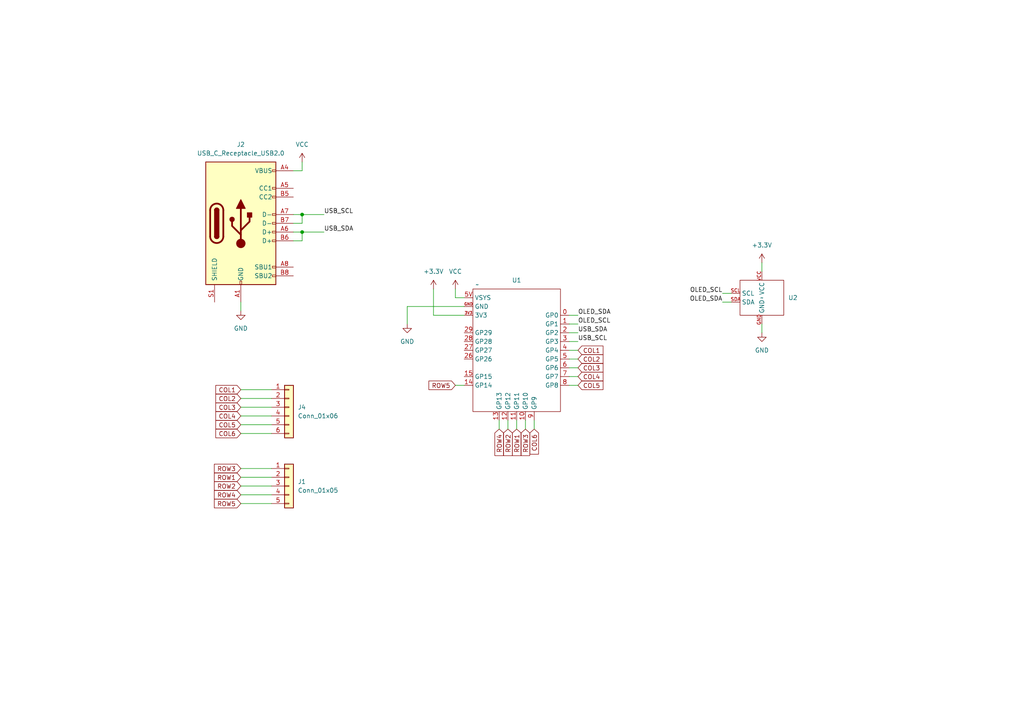
<source format=kicad_sch>
(kicad_sch (version 20230121) (generator eeschema)
  (paper "A4")
  (lib_symbols
    (symbol "Connector:USB_C_Receptacle_USB2.0" (pin_names (offset 1.016))
      (property "Reference" "J" (at -10.16 19.05 0))
      (property "Value" "USB_C_Receptacle_USB2.0" (at 19.05 19.05 0))
      (symbol "USB_C_Receptacle_USB2.0_0_0"
        (rectangle (start -0.254 -17.78) (end 0.254 -16.764))
        (rectangle (start 10.16 -14.986) (end 9.144 -15.494))
        (rectangle (start 10.16 -12.446) (end 9.144 -12.954))
        (rectangle (start 10.16 -4.826) (end 9.144 -5.334))
        (rectangle (start 10.16 -2.286) (end 9.144 -2.794))
        (rectangle (start 10.16 0.254) (end 9.144 -0.254))
        (rectangle (start 10.16 2.794) (end 9.144 2.286))
        (rectangle (start 10.16 7.874) (end 9.144 7.366))
        (rectangle (start 10.16 10.414) (end 9.144 9.906))
        (rectangle (start 10.16 15.494) (end 9.144 14.986))
      )
      (symbol "USB_C_Receptacle_USB2.0_0_1"
        (rectangle (start -10.16 17.78) (end 10.16 -17.78) (stroke (width 0.254)) (fill (type background)))
        (arc (start -8.89 -3.81) (mid -6.985 -5.7067) (end -5.08 -3.81) (stroke (width 0.508)))
        (arc (start -7.62 -3.81) (mid -6.985 -4.4423) (end -6.35 -3.81) (stroke (width 0.254)))
        (arc (start -7.62 -3.81) (mid -6.985 -4.4423) (end -6.35 -3.81) (stroke (width 0.254)) (fill (type outline)))
        (rectangle (start -7.62 -3.81) (end -6.35 3.81) (stroke (width 0.254)) (fill (type outline)))
        (arc (start -6.35 3.81) (mid -6.985 4.4423) (end -7.62 3.81) (stroke (width 0.254)))
        (arc (start -6.35 3.81) (mid -6.985 4.4423) (end -7.62 3.81) (stroke (width 0.254)) (fill (type outline)))
        (arc (start -5.08 3.81) (mid -6.985 5.7067) (end -8.89 3.81) (stroke (width 0.508)))
        (circle (center -2.54 1.143) (radius 0.635) (stroke (width 0.254)) (fill (type outline)))
        (circle (center 0 -5.842) (radius 1.27) (fill (type outline)))
        (polyline (pts (xy -8.89 -3.81) (xy -8.89 3.81)) (stroke (width 0.508)))
        (polyline (pts (xy -5.08 3.81) (xy -5.08 -3.81)) (stroke (width 0.508)))
        (polyline (pts (xy 0 -5.842) (xy 0 4.318)) (stroke (width 0.508)))
        (polyline (pts (xy 0 -3.302) (xy -2.54 -0.762) (xy -2.54 0.508)) (stroke (width 0.508)))
        (polyline (pts (xy 0 -2.032) (xy 2.54 0.508) (xy 2.54 1.778)) (stroke (width 0.508)))
        (polyline (pts (xy -1.27 4.318) (xy 0 6.858) (xy 1.27 4.318) (xy -1.27 4.318)) (stroke (width 0.254)) (fill (type outline)))
        (rectangle (start 1.905 1.778) (end 3.175 3.048) (stroke (width 0.254)) (fill (type outline)))
      )
      (symbol "USB_C_Receptacle_USB2.0_1_1"
        (pin passive line (at 0 -22.86 90) (length 5.08) (name "GND") (number "A1"))
        (pin passive line (at 0 -22.86 90) (length 5.08) hide (name "GND") (number "A12"))
        (pin passive line (at 15.24 15.24 180) (length 5.08) (name "VBUS") (number "A4"))
        (pin bidirectional line (at 15.24 10.16 180) (length 5.08) (name "CC1") (number "A5"))
        (pin bidirectional line (at 15.24 -2.54 180) (length 5.08) (name "D+") (number "A6"))
        (pin bidirectional line (at 15.24 2.54 180) (length 5.08) (name "D-") (number "A7"))
        (pin bidirectional line (at 15.24 -12.7 180) (length 5.08) (name "SBU1") (number "A8"))
        (pin passive line (at 15.24 15.24 180) (length 5.08) hide (name "VBUS") (number "A9"))
        (pin passive line (at 0 -22.86 90) (length 5.08) hide (name "GND") (number "B1"))
        (pin passive line (at 0 -22.86 90) (length 5.08) hide (name "GND") (number "B12"))
        (pin passive line (at 15.24 15.24 180) (length 5.08) hide (name "VBUS") (number "B4"))
        (pin bidirectional line (at 15.24 7.62 180) (length 5.08) (name "CC2") (number "B5"))
        (pin bidirectional line (at 15.24 -5.08 180) (length 5.08) (name "D+") (number "B6"))
        (pin bidirectional line (at 15.24 0 180) (length 5.08) (name "D-") (number "B7"))
        (pin bidirectional line (at 15.24 -15.24 180) (length 5.08) (name "SBU2") (number "B8"))
        (pin passive line (at 15.24 15.24 180) (length 5.08) hide (name "VBUS") (number "B9"))
        (pin passive line (at -7.62 -22.86 90) (length 5.08) (name "SHIELD") (number "S1"))
      )
    )
    (symbol "Connector_Generic:Conn_01x05" (pin_names (offset 1.016) hide)
      (property "Reference" "J" (at 0 7.62 0))
      (property "Value" "Conn_01x05" (at 0 -7.62 0))
      (symbol "Conn_01x05_1_1"
        (rectangle (start -1.27 -4.953) (end 0 -5.207) (stroke (width 0.1524)))
        (rectangle (start -1.27 -2.413) (end 0 -2.667) (stroke (width 0.1524)))
        (rectangle (start -1.27 0.127) (end 0 -0.127) (stroke (width 0.1524)))
        (rectangle (start -1.27 2.667) (end 0 2.413) (stroke (width 0.1524)))
        (rectangle (start -1.27 5.207) (end 0 4.953) (stroke (width 0.1524)))
        (rectangle (start -1.27 6.35) (end 1.27 -6.35) (stroke (width 0.254)) (fill (type background)))
        (pin passive line (at -5.08 5.08 0) (length 3.81) (name "Pin_1") (number "1"))
        (pin passive line (at -5.08 2.54 0) (length 3.81) (name "Pin_2") (number "2"))
        (pin passive line (at -5.08 0 0) (length 3.81) (name "Pin_3") (number "3"))
        (pin passive line (at -5.08 -2.54 0) (length 3.81) (name "Pin_4") (number "4"))
        (pin passive line (at -5.08 -5.08 0) (length 3.81) (name "Pin_5") (number "5"))
      )
    )
    (symbol "Connector_Generic:Conn_01x06" (pin_names (offset 1.016) hide)
      (property "Reference" "J" (at 0 7.62 0))
      (property "Value" "Conn_01x06" (at 0 -10.16 0))
      (symbol "Conn_01x06_1_1"
        (rectangle (start -1.27 -7.493) (end 0 -7.747) (stroke (width 0.1524)))
        (rectangle (start -1.27 -4.953) (end 0 -5.207) (stroke (width 0.1524)))
        (rectangle (start -1.27 -2.413) (end 0 -2.667) (stroke (width 0.1524)))
        (rectangle (start -1.27 0.127) (end 0 -0.127) (stroke (width 0.1524)))
        (rectangle (start -1.27 2.667) (end 0 2.413) (stroke (width 0.1524)))
        (rectangle (start -1.27 5.207) (end 0 4.953) (stroke (width 0.1524)))
        (rectangle (start -1.27 6.35) (end 1.27 -8.89) (stroke (width 0.254)) (fill (type background)))
        (pin passive line (at -5.08 5.08 0) (length 3.81) (name "Pin_1") (number "1"))
        (pin passive line (at -5.08 2.54 0) (length 3.81) (name "Pin_2") (number "2"))
        (pin passive line (at -5.08 0 0) (length 3.81) (name "Pin_3") (number "3"))
        (pin passive line (at -5.08 -2.54 0) (length 3.81) (name "Pin_4") (number "4"))
        (pin passive line (at -5.08 -5.08 0) (length 3.81) (name "Pin_5") (number "5"))
        (pin passive line (at -5.08 -7.62 0) (length 3.81) (name "Pin_6") (number "6"))
      )
    )
    (symbol "power:+3.3V" (power) (pin_names (offset 0))
      (property "Value" "+3.3V" (at 0 3.556 0))
      (symbol "+3.3V_0_1"
        (polyline (pts (xy -0.762 1.27) (xy 0 2.54)))
        (polyline (pts (xy 0 0) (xy 0 2.54)))
        (polyline (pts (xy 0 2.54) (xy 0.762 1.27)))
      )
      (symbol "+3.3V_1_1"
        (pin power_in line (at 0 0 90) (length 0) hide (name "+3.3V") (number "1"))
      )
    )
    (symbol "power:GND" (power) (pin_names (offset 0))
      (property "Value" "GND" (at 0 -3.81 0))
      (symbol "GND_0_1"
        (polyline (pts (xy 0 0) (xy 0 -1.27) (xy 1.27 -1.27) (xy 0 -2.54) (xy -1.27 -1.27) (xy 0 -1.27)))
      )
      (symbol "GND_1_1"
        (pin power_in line (at 0 0 270) (length 0) hide (name "GND") (number "1"))
      )
    )
    (symbol "power:VCC" (power) (pin_names (offset 0))
      (property "Value" "VCC" (at 0 3.81 0))
      (symbol "VCC_0_1"
        (polyline (pts (xy -0.762 1.27) (xy 0 2.54)))
        (polyline (pts (xy 0 0) (xy 0 2.54)))
        (polyline (pts (xy 0 2.54) (xy 0.762 1.27)))
      )
      (symbol "VCC_1_1"
        (pin power_in line (at 0 0 90) (length 0) hide (name "VCC") (number "1"))
      )
    )
    (symbol "split_kb_lib:OLED"
      (property "Reference" "U" (at -5.08 6.35 0))
      (symbol "OLED_0_1"
        (rectangle (start -6.35 5.08) (end 6.35 -5.08))
      )
      (symbol "OLED_1_1"
        (pin power_out line (at 0 -7.62 90) (length 2.54) (name "GND") (number "GND"))
        (pin bidirectional line (at -8.89 1.27 0) (length 2.54) (name "SCL") (number "SCL"))
        (pin bidirectional line (at -8.89 -1.27 0) (length 2.54) (name "SDA") (number "SDA"))
        (pin power_in line (at 0 7.62 270) (length 2.54) (name "VCC") (number "VCC"))
      )
    )
    (symbol "split_kb_lib:RP2040-Zero"
      (property "Reference" "U" (at -11.43 19.05 0))
      (symbol "RP2040-Zero_0_1"
        (rectangle (start -12.7 17.78) (end 12.7 -17.78))
      )
      (symbol "RP2040-Zero_1_1"
        (pin bidirectional line (at 15.24 10.16 180) (length 2.54) (name "GP0") (number "0"))
        (pin bidirectional line (at 15.24 7.62 180) (length 2.54) (name "GP1") (number "1"))
        (pin bidirectional line (at 2.54 -20.32 90) (length 2.54) (name "GP10") (number "10"))
        (pin bidirectional line (at 0 -20.32 90) (length 2.54) (name "GP11") (number "11"))
        (pin bidirectional line (at -2.54 -20.32 90) (length 2.54) (name "GP12") (number "12"))
        (pin bidirectional line (at -5.08 -20.32 90) (length 2.54) (name "GP13") (number "13"))
        (pin bidirectional line (at -15.24 -10.16 0) (length 2.54) (name "GP14") (number "14"))
        (pin bidirectional line (at -15.24 -7.62 0) (length 2.54) (name "GP15") (number "15"))
        (pin bidirectional line (at 15.24 5.08 180) (length 2.54) (name "GP2") (number "2"))
        (pin bidirectional line (at -15.24 -2.54 0) (length 2.54) (name "GP26") (number "26"))
        (pin bidirectional line (at -15.24 0 0) (length 2.54) (name "GP27") (number "27"))
        (pin bidirectional line (at -15.24 2.54 0) (length 2.54) (name "GP28") (number "28"))
        (pin bidirectional line (at -15.24 5.08 0) (length 2.54) (name "GP29") (number "29"))
        (pin bidirectional line (at 15.24 2.54 180) (length 2.54) (name "GP3") (number "3"))
        (pin bidirectional line (at -15.24 10.16 0) (length 2.54) (name "3V3") (number "3V3"))
        (pin bidirectional line (at 15.24 0 180) (length 2.54) (name "GP4") (number "4"))
        (pin bidirectional line (at 15.24 -2.54 180) (length 2.54) (name "GP5") (number "5"))
        (pin bidirectional line (at -15.24 15.24 0) (length 2.54) (name "VSYS") (number "5V"))
        (pin bidirectional line (at 15.24 -5.08 180) (length 2.54) (name "GP6") (number "6"))
        (pin bidirectional line (at 15.24 -7.62 180) (length 2.54) (name "GP7") (number "7"))
        (pin bidirectional line (at 15.24 -10.16 180) (length 2.54) (name "GP8") (number "8"))
        (pin bidirectional line (at 5.08 -20.32 90) (length 2.54) (name "GP9") (number "9"))
        (pin bidirectional line (at -15.24 12.7 0) (length 2.54) (name "GND") (number "GND"))
      )
    )
  )
  (junction (at 87.63 62.23))
  (junction (at 87.63 67.31))
  (wire (pts (xy 167.64 106.68) (xy 165.1 106.68)))
  (wire (pts (xy 118.11 88.9) (xy 134.62 88.9)))
  (wire (pts (xy 132.08 111.76) (xy 134.62 111.76)))
  (wire (pts (xy 132.08 83.82) (xy 132.08 86.36)))
  (wire (pts (xy 125.73 83.82) (xy 125.73 91.44)))
  (wire (pts (xy 69.85 123.19) (xy 78.74 123.19)))
  (wire (pts (xy 69.85 140.97) (xy 78.74 140.97)))
  (wire (pts (xy 69.85 115.57) (xy 78.74 115.57)))
  (wire (pts (xy 87.63 67.31) (xy 85.09 67.31)))
  (wire (pts (xy 152.4 124.46) (xy 152.4 121.92)))
  (wire (pts (xy 118.11 93.98) (xy 118.11 88.9)))
  (wire (pts (xy 154.94 124.46) (xy 154.94 121.92)))
  (wire (pts (xy 69.85 113.03) (xy 78.74 113.03)))
  (wire (pts (xy 167.64 99.06) (xy 165.1 99.06)))
  (wire (pts (xy 167.64 93.98) (xy 165.1 93.98)))
  (wire (pts (xy 69.85 125.73) (xy 78.74 125.73)))
  (wire (pts (xy 87.63 69.85) (xy 87.63 67.31)))
  (wire (pts (xy 144.78 124.46) (xy 144.78 121.92)))
  (wire (pts (xy 85.09 64.77) (xy 87.63 64.77)))
  (wire (pts (xy 132.08 86.36) (xy 134.62 86.36)))
  (wire (pts (xy 209.55 85.09) (xy 212.09 85.09)))
  (wire (pts (xy 125.73 91.44) (xy 134.62 91.44)))
  (wire (pts (xy 69.85 146.05) (xy 78.74 146.05)))
  (wire (pts (xy 87.63 62.23) (xy 85.09 62.23)))
  (wire (pts (xy 87.63 49.53) (xy 85.09 49.53)))
  (wire (pts (xy 209.55 87.63) (xy 212.09 87.63)))
  (wire (pts (xy 85.09 69.85) (xy 87.63 69.85)))
  (wire (pts (xy 87.63 62.23) (xy 93.98 62.23)))
  (wire (pts (xy 69.85 118.11) (xy 78.74 118.11)))
  (wire (pts (xy 167.64 91.44) (xy 165.1 91.44)))
  (wire (pts (xy 167.64 111.76) (xy 165.1 111.76)))
  (wire (pts (xy 220.98 96.52) (xy 220.98 93.98)))
  (wire (pts (xy 87.63 64.77) (xy 87.63 62.23)))
  (wire (pts (xy 167.64 101.6) (xy 165.1 101.6)))
  (wire (pts (xy 149.86 124.46) (xy 149.86 121.92)))
  (wire (pts (xy 69.85 135.89) (xy 78.74 135.89)))
  (wire (pts (xy 69.85 120.65) (xy 78.74 120.65)))
  (wire (pts (xy 69.85 143.51) (xy 78.74 143.51)))
  (wire (pts (xy 167.64 104.14) (xy 165.1 104.14)))
  (wire (pts (xy 69.85 90.17) (xy 69.85 87.63)))
  (wire (pts (xy 147.32 124.46) (xy 147.32 121.92)))
  (wire (pts (xy 69.85 138.43) (xy 78.74 138.43)))
  (wire (pts (xy 220.98 76.2) (xy 220.98 78.74)))
  (wire (pts (xy 87.63 46.99) (xy 87.63 49.53)))
  (wire (pts (xy 87.63 67.31) (xy 93.98 67.31)))
  (wire (pts (xy 167.64 109.22) (xy 165.1 109.22)))
  (wire (pts (xy 167.64 96.52) (xy 165.1 96.52)))
  (label "OLED_SCL" (at 209.55 85.09 180))
  (label "USB_SDA" (at 93.98 67.31 0))
  (label "OLED_SDA" (at 167.64 91.44 0))
  (label "USB_SDA" (at 167.64 96.52 0))
  (label "USB_SCL" (at 93.98 62.23 0))
  (label "OLED_SDA" (at 209.55 87.63 180))
  (label "OLED_SCL" (at 167.64 93.98 0))
  (label "USB_SCL" (at 167.64 99.06 0))
  (global_label "ROW5" (shape input) (at 69.85 146.05 180) (property "Intersheetrefs" "${INTERSHEET_REFS}" (effects hide)))
  (global_label "COL6" (shape input) (at 154.94 124.46 270) (property "Intersheetrefs" "${INTERSHEET_REFS}" (effects hide)))
  (global_label "COL5" (shape input) (at 167.64 111.76 0) (property "Intersheetrefs" "${INTERSHEET_REFS}" (effects hide)))
  (global_label "ROW1" (shape input) (at 149.86 124.46 270) (property "Intersheetrefs" "${INTERSHEET_REFS}" (effects hide)))
  (global_label "COL6" (shape input) (at 69.85 125.73 180) (property "Intersheetrefs" "${INTERSHEET_REFS}" (effects hide)))
  (global_label "ROW4" (shape input) (at 69.85 143.51 180) (property "Intersheetrefs" "${INTERSHEET_REFS}" (effects hide)))
  (global_label "ROW5" (shape input) (at 132.08 111.76 180) (property "Intersheetrefs" "${INTERSHEET_REFS}" (effects hide)))
  (global_label "COL4" (shape input) (at 69.85 120.65 180) (property "Intersheetrefs" "${INTERSHEET_REFS}" (effects hide)))
  (global_label "ROW2" (shape input) (at 69.85 140.97 180) (property "Intersheetrefs" "${INTERSHEET_REFS}" (effects hide)))
  (global_label "COL4" (shape input) (at 167.64 109.22 0) (property "Intersheetrefs" "${INTERSHEET_REFS}" (effects hide)))
  (global_label "COL1" (shape input) (at 69.85 113.03 180) (property "Intersheetrefs" "${INTERSHEET_REFS}" (effects hide)))
  (global_label "COL5" (shape input) (at 69.85 123.19 180) (property "Intersheetrefs" "${INTERSHEET_REFS}" (effects hide)))
  (global_label "COL2" (shape input) (at 167.64 104.14 0) (property "Intersheetrefs" "${INTERSHEET_REFS}" (effects hide)))
  (global_label "COL3" (shape input) (at 69.85 118.11 180) (property "Intersheetrefs" "${INTERSHEET_REFS}" (effects hide)))
  (global_label "ROW4" (shape input) (at 144.78 124.46 270) (property "Intersheetrefs" "${INTERSHEET_REFS}" (effects hide)))
  (global_label "COL2" (shape input) (at 69.85 115.57 180) (property "Intersheetrefs" "${INTERSHEET_REFS}" (effects hide)))
  (global_label "ROW3" (shape input) (at 69.85 135.89 180) (property "Intersheetrefs" "${INTERSHEET_REFS}" (effects hide)))
  (global_label "ROW3" (shape input) (at 152.4 124.46 270) (property "Intersheetrefs" "${INTERSHEET_REFS}" (effects hide)))
  (global_label "ROW1" (shape input) (at 69.85 138.43 180) (property "Intersheetrefs" "${INTERSHEET_REFS}" (effects hide)))
  (global_label "ROW2" (shape input) (at 147.32 124.46 270) (property "Intersheetrefs" "${INTERSHEET_REFS}" (effects hide)))
  (global_label "COL3" (shape input) (at 167.64 106.68 0) (property "Intersheetrefs" "${INTERSHEET_REFS}" (effects hide)))
  (global_label "COL1" (shape input) (at 167.64 101.6 0) (property "Intersheetrefs" "${INTERSHEET_REFS}" (effects hide)))
  (symbol (lib_id "power:VCC") (at 87.63 46.99 0) (unit 1)
    (property "Reference" "#PWR05" (effects hide))
    (property "Value" "VCC" (at 87.63 41.91 0))
  )
  (symbol (lib_id "power:GND") (at 220.98 96.52 0) (unit 1)
    (property "Reference" "#PWR02" (effects hide))
    (property "Value" "GND" (at 220.98 101.6 0))
  )
  (symbol (lib_id "power:+3.3V") (at 220.98 76.2 0) (unit 1)
    (property "Reference" "#PWR08" (effects hide))
    (property "Value" "+3.3V" (at 220.98 71.12 0))
  )
  (symbol (lib_id "power:VCC") (at 132.08 83.82 0) (unit 1)
    (property "Reference" "#PWR06" (effects hide))
    (property "Value" "VCC" (at 132.08 78.74 0))
  )
  (symbol (lib_id "power:+3.3V") (at 125.73 83.82 0) (unit 1)
    (property "Reference" "#PWR07" (effects hide))
    (property "Value" "+3.3V" (at 125.73 78.74 0))
  )
  (symbol (lib_id "power:GND") (at 69.85 90.17 0) (unit 1)
    (property "Reference" "#PWR04" (effects hide))
    (property "Value" "GND" (at 69.85 95.25 0))
  )
  (symbol (lib_id "split_kb_lib:OLED") (at 220.98 86.36 0) (unit 1)
    (property "Reference" "U2" (at 228.6 86.36 0) (effects (justify left)))
    (property "Value" "~" (at 220.98 86.36 0))
    (property "Footprint" "split_kb_lib:OLED" (effects hide))
  )
  (symbol (lib_id "Connector_Generic:Conn_01x06") (at 83.82 118.11 0) (unit 1)
    (property "Reference" "J4" (at 86.36 118.11 0) (effects (justify left)))
    (property "Value" "Conn_01x06" (at 86.36 120.65 0) (effects (justify left)))
    (property "Footprint" "split_kb_lib:Column Connector" (effects hide))
    (instances (project "pcb_right" (path "" (reference "J4") (unit 1)) (path "" (reference "J5") (unit 1))))
  )
  (symbol (lib_id "power:GND") (at 118.11 93.98 0) (unit 1)
    (property "Reference" "#PWR01" (effects hide))
    (property "Value" "GND" (at 118.11 99.06 0))
  )
  (symbol (lib_id "Connector:USB_C_Receptacle_USB2.0") (at 69.85 64.77 0) (unit 1)
    (property "Reference" "J2" (at 69.85 41.91 0))
    (property "Value" "USB_C_Receptacle_USB2.0" (at 69.85 44.45 0))
    (property "Footprint" "split_kb_lib:USB C Port" (effects hide))
    (property "Datasheet" "https://www.usb.org/sites/default/files/documents/usb_type-c.zip" (effects hide))
  )
  (symbol (lib_id "split_kb_lib:RP2040-Zero") (at 149.86 101.6 0) (unit 1)
    (property "Reference" "U1" (at 149.86 81.28 0))
    (property "Value" "~" (at 138.43 82.55 0))
    (property "Footprint" "split_kb_lib:RP2040 - Zero" (effects hide))
  )
  (symbol (lib_id "Connector_Generic:Conn_01x05") (at 83.82 140.97 0) (unit 1)
    (property "Reference" "J1" (at 86.36 139.7 0) (effects (justify left)))
    (property "Value" "Conn_01x05" (at 86.36 142.24 0) (effects (justify left)))
    (property "Footprint" "split_kb_lib:Row Connector" (effects hide))
    (instances (project "pcb_right" (path "" (reference "J1") (unit 1)) (path "" (reference "J6") (unit 1))))
  )
)
</source>
